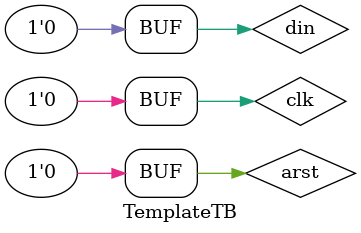
<source format=v>
`timescale 1ns / 1ns


module TemplateTB;

	// Inputs
	reg arst;
	reg clk;
	reg din;

	// Outputs
	wire [2:0] dout;

	// Instantiate the Unit Under Test (UUT)
	GasDetectorSensor uut (
		.arst(arst), 
		.clk(clk), 
		.din(din), 
		.dout(dout)
	);
	
	initial begin
		clk = 0;
		# 5
		repeat (20)
			# 10 clk = ~clk;
	end

	initial begin
		// Initialize Inputs
		arst = 1'b1;
		# 2
		arst = 1'b0;
		din = 1'b0;
		#10
		din = 1'b1;
		# 10
		din = 1'b0;
		# 40
		din = 1'b0;
		# 10 
		din = 1'b1;
		# 10
		din = 1'b0;
		# 40
		din = 1'b0;
		# 10 
		din = 1'b1;
		# 10
		din = 1'b0;
		# 40
		din = 1'b0;
	end
      
endmodule


</source>
